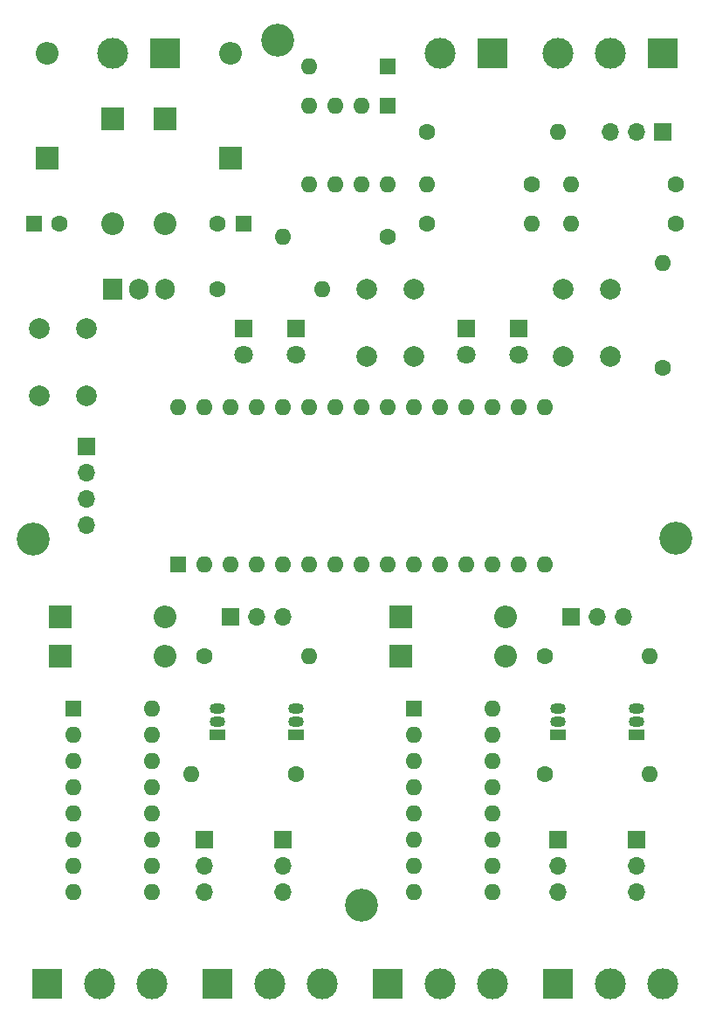
<source format=gbr>
%TF.GenerationSoftware,KiCad,Pcbnew,(6.0.6)*%
%TF.CreationDate,2023-08-03T10:39:42+02:00*%
%TF.ProjectId,SM01,534d3031-2e6b-4696-9361-645f70636258,1.2*%
%TF.SameCoordinates,Original*%
%TF.FileFunction,Soldermask,Bot*%
%TF.FilePolarity,Negative*%
%FSLAX46Y46*%
G04 Gerber Fmt 4.6, Leading zero omitted, Abs format (unit mm)*
G04 Created by KiCad (PCBNEW (6.0.6)) date 2023-08-03 10:39:42*
%MOMM*%
%LPD*%
G01*
G04 APERTURE LIST*
%ADD10C,3.200000*%
%ADD11R,1.600000X1.600000*%
%ADD12O,1.600000X1.600000*%
%ADD13C,1.600000*%
%ADD14R,2.200000X2.200000*%
%ADD15O,2.200000X2.200000*%
%ADD16R,3.000000X3.000000*%
%ADD17C,3.000000*%
%ADD18R,1.500000X1.050000*%
%ADD19O,1.500000X1.050000*%
%ADD20C,2.000000*%
%ADD21R,1.905000X2.000000*%
%ADD22O,1.905000X2.000000*%
%ADD23R,1.700000X1.700000*%
%ADD24O,1.700000X1.700000*%
%ADD25R,1.800000X1.800000*%
%ADD26C,1.800000*%
G04 APERTURE END LIST*
D10*
%TO.C,H4*%
X16486750Y-68609574D03*
%TD*%
D11*
%TO.C,A1*%
X30480000Y-71120000D03*
D12*
X33020000Y-71120000D03*
X35560000Y-71120000D03*
X38100000Y-71120000D03*
X40640000Y-71120000D03*
X43180000Y-71120000D03*
X45720000Y-71120000D03*
X48260000Y-71120000D03*
X50800000Y-71120000D03*
X53340000Y-71120000D03*
X55880000Y-71120000D03*
X58420000Y-71120000D03*
X60960000Y-71120000D03*
X63500000Y-71120000D03*
X66040000Y-71120000D03*
X66040000Y-55880000D03*
X63500000Y-55880000D03*
X60960000Y-55880000D03*
X58420000Y-55880000D03*
X55880000Y-55880000D03*
X53340000Y-55880000D03*
X50800000Y-55880000D03*
X48260000Y-55880000D03*
X45720000Y-55880000D03*
X43180000Y-55880000D03*
X40640000Y-55880000D03*
X38100000Y-55880000D03*
X35560000Y-55880000D03*
X33020000Y-55880000D03*
X30480000Y-55880000D03*
%TD*%
D11*
%TO.C,C1*%
X16510000Y-38100000D03*
D13*
X19010000Y-38100000D03*
%TD*%
D11*
%TO.C,C2*%
X36830000Y-38100000D03*
D13*
X34330000Y-38100000D03*
%TD*%
D14*
%TO.C,D1*%
X35560000Y-31750000D03*
D15*
X35560000Y-21590000D03*
%TD*%
D14*
%TO.C,D2*%
X29210000Y-27940000D03*
D15*
X29210000Y-38100000D03*
%TD*%
D14*
%TO.C,D3*%
X17780000Y-31750000D03*
D15*
X17780000Y-21590000D03*
%TD*%
D14*
%TO.C,D4*%
X24130000Y-27940000D03*
D15*
X24130000Y-38100000D03*
%TD*%
D14*
%TO.C,D10*%
X52070000Y-80010000D03*
D15*
X62230000Y-80010000D03*
%TD*%
D14*
%TO.C,D11*%
X52070000Y-76200000D03*
D15*
X62230000Y-76200000D03*
%TD*%
D16*
%TO.C,J1*%
X60960000Y-21590000D03*
D17*
X55880000Y-21590000D03*
%TD*%
D16*
%TO.C,J2*%
X29210000Y-21590000D03*
D17*
X24130000Y-21590000D03*
%TD*%
D16*
%TO.C,J3*%
X77470000Y-21590000D03*
D17*
X72390000Y-21590000D03*
X67310000Y-21590000D03*
%TD*%
D16*
%TO.C,J8*%
X17780000Y-111760000D03*
D17*
X22860000Y-111760000D03*
X27940000Y-111760000D03*
%TD*%
D16*
%TO.C,J9*%
X34290000Y-111760000D03*
D17*
X39370000Y-111760000D03*
X44450000Y-111760000D03*
%TD*%
D16*
%TO.C,J10*%
X50800000Y-111760000D03*
D17*
X55880000Y-111760000D03*
X60960000Y-111760000D03*
%TD*%
D16*
%TO.C,J11*%
X67310000Y-111760000D03*
D17*
X72390000Y-111760000D03*
X77470000Y-111760000D03*
%TD*%
D11*
%TO.C,K1*%
X20320000Y-85090000D03*
D12*
X20320000Y-87630000D03*
X20320000Y-90170000D03*
X20320000Y-92710000D03*
X20320000Y-95250000D03*
X20320000Y-97790000D03*
X20320000Y-100330000D03*
X20320000Y-102870000D03*
X27940000Y-102870000D03*
X27940000Y-100330000D03*
X27940000Y-97790000D03*
X27940000Y-95250000D03*
X27940000Y-92710000D03*
X27940000Y-90170000D03*
X27940000Y-87630000D03*
X27940000Y-85090000D03*
%TD*%
D11*
%TO.C,K2*%
X53340000Y-85090000D03*
D12*
X53340000Y-87630000D03*
X53340000Y-90170000D03*
X53340000Y-92710000D03*
X53340000Y-95250000D03*
X53340000Y-97790000D03*
X53340000Y-100330000D03*
X53340000Y-102870000D03*
X60960000Y-102870000D03*
X60960000Y-100330000D03*
X60960000Y-97790000D03*
X60960000Y-95250000D03*
X60960000Y-92710000D03*
X60960000Y-90170000D03*
X60960000Y-87630000D03*
X60960000Y-85090000D03*
%TD*%
D18*
%TO.C,Q4*%
X74930000Y-87630000D03*
D19*
X74930000Y-86360000D03*
X74930000Y-85090000D03*
%TD*%
D13*
%TO.C,R1*%
X54610000Y-29210000D03*
D12*
X67310000Y-29210000D03*
%TD*%
D13*
%TO.C,R2*%
X78740000Y-34290000D03*
D12*
X68580000Y-34290000D03*
%TD*%
D13*
%TO.C,R3*%
X78740000Y-38100000D03*
D12*
X68580000Y-38100000D03*
%TD*%
D13*
%TO.C,R4*%
X77470000Y-52070000D03*
D12*
X77470000Y-41910000D03*
%TD*%
D13*
%TO.C,R5*%
X64770000Y-34290000D03*
D12*
X54610000Y-34290000D03*
%TD*%
D13*
%TO.C,R6*%
X50800000Y-39370000D03*
D12*
X40640000Y-39370000D03*
%TD*%
D13*
%TO.C,R7*%
X34290000Y-44450000D03*
D12*
X44450000Y-44450000D03*
%TD*%
D13*
%TO.C,R8*%
X54610000Y-38100000D03*
D12*
X64770000Y-38100000D03*
%TD*%
D13*
%TO.C,R9*%
X33020000Y-80010000D03*
D12*
X43180000Y-80010000D03*
%TD*%
D13*
%TO.C,R10*%
X41910000Y-91440000D03*
D12*
X31750000Y-91440000D03*
%TD*%
D13*
%TO.C,R12*%
X66040000Y-91440000D03*
D12*
X76200000Y-91440000D03*
%TD*%
D20*
%TO.C,SW1*%
X21590000Y-48260000D03*
X21590000Y-54760000D03*
X17090000Y-54760000D03*
X17090000Y-48260000D03*
%TD*%
%TO.C,SW2*%
X53340000Y-50950000D03*
X53340000Y-44450000D03*
X48840000Y-44450000D03*
X48840000Y-50950000D03*
%TD*%
%TO.C,SW3*%
X72390000Y-50950000D03*
X72390000Y-44450000D03*
X67890000Y-44450000D03*
X67890000Y-50950000D03*
%TD*%
D11*
%TO.C,U1*%
X50800000Y-26670000D03*
D12*
X48260000Y-26670000D03*
X45720000Y-26670000D03*
X43180000Y-26670000D03*
X43180000Y-34290000D03*
X45720000Y-34290000D03*
X48260000Y-34290000D03*
X50800000Y-34290000D03*
%TD*%
D21*
%TO.C,U2*%
X24130000Y-44450000D03*
D22*
X26670000Y-44450000D03*
X29210000Y-44450000D03*
%TD*%
D23*
%TO.C,J5*%
X21590000Y-59690000D03*
D24*
X21590000Y-62230000D03*
X21590000Y-64770000D03*
X21590000Y-67310000D03*
%TD*%
D19*
%TO.C,Q1*%
X34290000Y-85090000D03*
X34290000Y-86360000D03*
D18*
X34290000Y-87630000D03*
%TD*%
%TO.C,Q3*%
X67310000Y-87630000D03*
D19*
X67310000Y-86360000D03*
X67310000Y-85090000D03*
%TD*%
D18*
%TO.C,Q2*%
X41910000Y-87630000D03*
D19*
X41910000Y-86360000D03*
X41910000Y-85090000D03*
%TD*%
D11*
%TO.C,D5*%
X50800000Y-22860000D03*
D12*
X43180000Y-22860000D03*
%TD*%
D24*
%TO.C,J6*%
X40640000Y-76200000D03*
X38100000Y-76200000D03*
D23*
X35560000Y-76200000D03*
%TD*%
%TO.C,J7*%
X68580000Y-76200000D03*
D24*
X71120000Y-76200000D03*
X73660000Y-76200000D03*
%TD*%
D13*
%TO.C,R11*%
X66040000Y-80010000D03*
D12*
X76200000Y-80010000D03*
%TD*%
D23*
%TO.C,J4*%
X77470000Y-29210000D03*
D24*
X74930000Y-29210000D03*
X72390000Y-29210000D03*
%TD*%
D23*
%TO.C,J12*%
X33020000Y-97790000D03*
D24*
X33020000Y-100330000D03*
X33020000Y-102870000D03*
%TD*%
D23*
%TO.C,J13*%
X40640000Y-97790000D03*
D24*
X40640000Y-100330000D03*
X40640000Y-102870000D03*
%TD*%
D23*
%TO.C,J14*%
X67310000Y-97790000D03*
D24*
X67310000Y-100330000D03*
X67310000Y-102870000D03*
%TD*%
D23*
%TO.C,J15*%
X74930000Y-97790000D03*
D24*
X74930000Y-100330000D03*
X74930000Y-102870000D03*
%TD*%
D25*
%TO.C,D6*%
X36830000Y-48260000D03*
D26*
X36830000Y-50800000D03*
%TD*%
D25*
%TO.C,D7*%
X41910000Y-48260000D03*
D26*
X41910000Y-50800000D03*
%TD*%
D25*
%TO.C,D8*%
X58420000Y-48260000D03*
D26*
X58420000Y-50800000D03*
%TD*%
D25*
%TO.C,D9*%
X63500000Y-48260000D03*
D26*
X63500000Y-50800000D03*
%TD*%
D14*
%TO.C,D12*%
X19050000Y-76200000D03*
D15*
X29210000Y-76200000D03*
%TD*%
D14*
%TO.C,D13*%
X19050000Y-80010000D03*
D15*
X29210000Y-80010000D03*
%TD*%
D10*
%TO.C,H1*%
X40183559Y-20319999D03*
%TD*%
%TO.C,H2*%
X78740000Y-68580000D03*
%TD*%
%TO.C,H3*%
X48260000Y-104140000D03*
%TD*%
M02*

</source>
